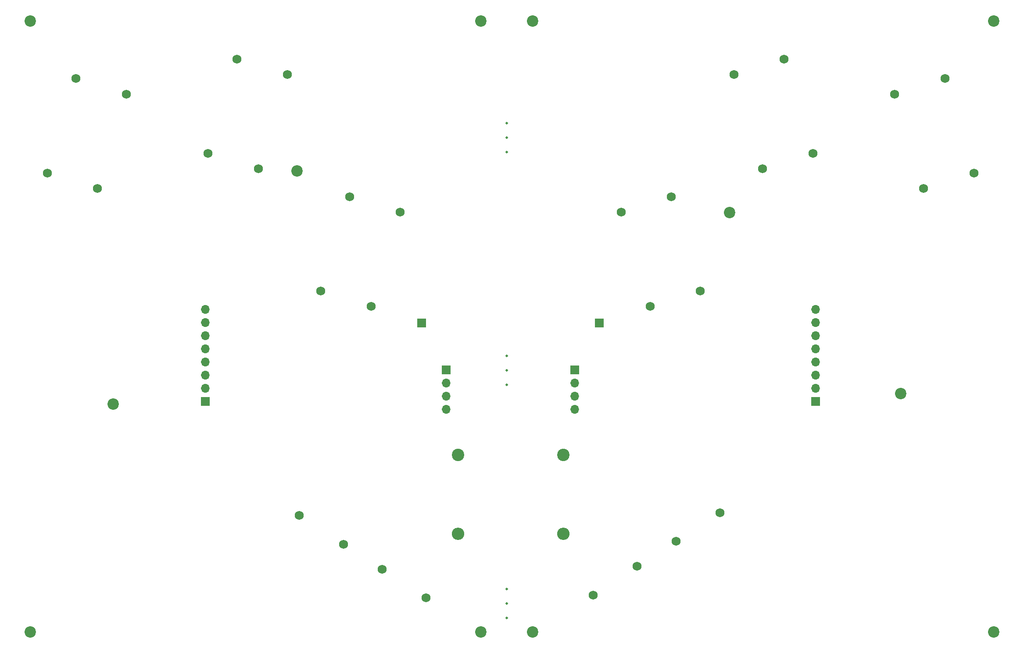
<source format=gts>
G04 #@! TF.GenerationSoftware,KiCad,Pcbnew,(6.0.10)*
G04 #@! TF.CreationDate,2023-07-09T19:41:39+01:00*
G04 #@! TF.ProjectId,magnetonekeys,6d61676e-6574-46f6-9e65-6b6579732e6b,rev?*
G04 #@! TF.SameCoordinates,Original*
G04 #@! TF.FileFunction,Soldermask,Top*
G04 #@! TF.FilePolarity,Negative*
%FSLAX46Y46*%
G04 Gerber Fmt 4.6, Leading zero omitted, Abs format (unit mm)*
G04 Created by KiCad (PCBNEW (6.0.10)) date 2023-07-09 19:41:39*
%MOMM*%
%LPD*%
G01*
G04 APERTURE LIST*
%ADD10C,2.200000*%
%ADD11C,0.500000*%
%ADD12C,1.750000*%
%ADD13R,1.700000X1.700000*%
%ADD14O,1.700000X1.700000*%
%ADD15C,2.400000*%
%ADD16O,2.400000X2.400000*%
G04 APERTURE END LIST*
D10*
X77393750Y-109786875D03*
X112893750Y-64786875D03*
X229393750Y-107786875D03*
X196393750Y-72786875D03*
X158393750Y-153786875D03*
X158393750Y-35786875D03*
X148393750Y-35786875D03*
X247393750Y-35786875D03*
X247393750Y-153786875D03*
X148393750Y-153786875D03*
X61393750Y-153786875D03*
X61393750Y-35786875D03*
D11*
X153393750Y-58286875D03*
X153393750Y-55496875D03*
X153393750Y-61076875D03*
X153393750Y-103286875D03*
X153393750Y-100496875D03*
X153393750Y-106076875D03*
X153393750Y-148286875D03*
X153393750Y-145496875D03*
X153393750Y-151076875D03*
D12*
X170042612Y-146681161D03*
X178563504Y-141147629D03*
D13*
X141730816Y-103174481D03*
D14*
X141730816Y-105714481D03*
X141730816Y-108254481D03*
X141730816Y-110794481D03*
D12*
X181022868Y-90906126D03*
X190738924Y-87935630D03*
D13*
X166496350Y-103174481D03*
D14*
X166496350Y-105714481D03*
X166496350Y-108254481D03*
X166496350Y-110794481D03*
D13*
X213010000Y-109276261D03*
D14*
X213010000Y-106736261D03*
X213010000Y-104196261D03*
X213010000Y-101656261D03*
X213010000Y-99116261D03*
X213010000Y-96576261D03*
X213010000Y-94036261D03*
X213010000Y-91496261D03*
D12*
X186019287Y-136305789D03*
X194540179Y-130772257D03*
X113328888Y-131323680D03*
X121849780Y-136857212D03*
D13*
X136968312Y-94115721D03*
X171258854Y-94115721D03*
D12*
X101301194Y-43145896D03*
X111017250Y-46116392D03*
X70261665Y-46936445D03*
X79977721Y-49906941D03*
X132773977Y-72688520D03*
X123057921Y-69718024D03*
X129305562Y-141699054D03*
X137826454Y-147232586D03*
X95731513Y-61363502D03*
X105447569Y-64333998D03*
X175453189Y-72688520D03*
X185169245Y-69718024D03*
X117488242Y-87935630D03*
X127204298Y-90906126D03*
X197209916Y-46116392D03*
X206925972Y-43145896D03*
X228249445Y-49906941D03*
X237965501Y-46936445D03*
X233819126Y-68124547D03*
X243535182Y-65154051D03*
X202779597Y-64333998D03*
X212495653Y-61363502D03*
X64691984Y-65154051D03*
X74408040Y-68124547D03*
D15*
X143953750Y-119595011D03*
D16*
X143953750Y-134835011D03*
D14*
X95217166Y-91496261D03*
X95217166Y-94036261D03*
X95217166Y-96576261D03*
X95217166Y-99116261D03*
X95217166Y-101656261D03*
X95217166Y-104196261D03*
X95217166Y-106736261D03*
D13*
X95217166Y-109276261D03*
D15*
X164273750Y-119595011D03*
D16*
X164273750Y-134835011D03*
M02*

</source>
